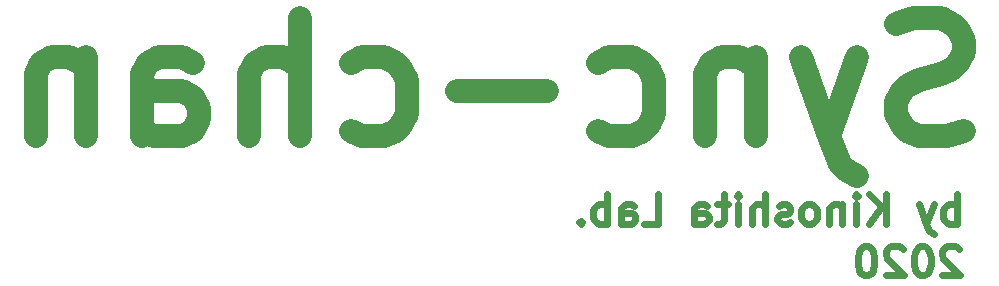
<source format=gbo>
G04 #@! TF.GenerationSoftware,KiCad,Pcbnew,5.1.5*
G04 #@! TF.CreationDate,2019-12-29T16:55:21+09:00*
G04 #@! TF.ProjectId,Sync-chan,53796e63-2d63-4686-916e-2e6b69636164,rev?*
G04 #@! TF.SameCoordinates,Original*
G04 #@! TF.FileFunction,Legend,Bot*
G04 #@! TF.FilePolarity,Positive*
%FSLAX46Y46*%
G04 Gerber Fmt 4.6, Leading zero omitted, Abs format (unit mm)*
G04 Created by KiCad (PCBNEW 5.1.5) date 2019-12-29 16:55:21*
%MOMM*%
%LPD*%
G04 APERTURE LIST*
%ADD10C,0.625000*%
%ADD11C,2.000000*%
G04 APERTURE END LIST*
D10*
X195698511Y-79543452D02*
X195698511Y-77043452D01*
X195698511Y-77995833D02*
X195460416Y-77876785D01*
X194984226Y-77876785D01*
X194746130Y-77995833D01*
X194627083Y-78114880D01*
X194508035Y-78352976D01*
X194508035Y-79067261D01*
X194627083Y-79305357D01*
X194746130Y-79424404D01*
X194984226Y-79543452D01*
X195460416Y-79543452D01*
X195698511Y-79424404D01*
X193674702Y-77876785D02*
X193079464Y-79543452D01*
X192484226Y-77876785D02*
X193079464Y-79543452D01*
X193317559Y-80138690D01*
X193436607Y-80257738D01*
X193674702Y-80376785D01*
X189627083Y-79543452D02*
X189627083Y-77043452D01*
X188198511Y-79543452D02*
X189269940Y-78114880D01*
X188198511Y-77043452D02*
X189627083Y-78472023D01*
X187127083Y-79543452D02*
X187127083Y-77876785D01*
X187127083Y-77043452D02*
X187246130Y-77162500D01*
X187127083Y-77281547D01*
X187008035Y-77162500D01*
X187127083Y-77043452D01*
X187127083Y-77281547D01*
X185936607Y-77876785D02*
X185936607Y-79543452D01*
X185936607Y-78114880D02*
X185817559Y-77995833D01*
X185579464Y-77876785D01*
X185222321Y-77876785D01*
X184984226Y-77995833D01*
X184865178Y-78233928D01*
X184865178Y-79543452D01*
X183317559Y-79543452D02*
X183555654Y-79424404D01*
X183674702Y-79305357D01*
X183793750Y-79067261D01*
X183793750Y-78352976D01*
X183674702Y-78114880D01*
X183555654Y-77995833D01*
X183317559Y-77876785D01*
X182960416Y-77876785D01*
X182722321Y-77995833D01*
X182603273Y-78114880D01*
X182484226Y-78352976D01*
X182484226Y-79067261D01*
X182603273Y-79305357D01*
X182722321Y-79424404D01*
X182960416Y-79543452D01*
X183317559Y-79543452D01*
X181531845Y-79424404D02*
X181293750Y-79543452D01*
X180817559Y-79543452D01*
X180579464Y-79424404D01*
X180460416Y-79186309D01*
X180460416Y-79067261D01*
X180579464Y-78829166D01*
X180817559Y-78710119D01*
X181174702Y-78710119D01*
X181412797Y-78591071D01*
X181531845Y-78352976D01*
X181531845Y-78233928D01*
X181412797Y-77995833D01*
X181174702Y-77876785D01*
X180817559Y-77876785D01*
X180579464Y-77995833D01*
X179388988Y-79543452D02*
X179388988Y-77043452D01*
X178317559Y-79543452D02*
X178317559Y-78233928D01*
X178436607Y-77995833D01*
X178674702Y-77876785D01*
X179031845Y-77876785D01*
X179269940Y-77995833D01*
X179388988Y-78114880D01*
X177127083Y-79543452D02*
X177127083Y-77876785D01*
X177127083Y-77043452D02*
X177246130Y-77162500D01*
X177127083Y-77281547D01*
X177008035Y-77162500D01*
X177127083Y-77043452D01*
X177127083Y-77281547D01*
X176293750Y-77876785D02*
X175341369Y-77876785D01*
X175936607Y-77043452D02*
X175936607Y-79186309D01*
X175817559Y-79424404D01*
X175579464Y-79543452D01*
X175341369Y-79543452D01*
X173436607Y-79543452D02*
X173436607Y-78233928D01*
X173555654Y-77995833D01*
X173793750Y-77876785D01*
X174269940Y-77876785D01*
X174508035Y-77995833D01*
X173436607Y-79424404D02*
X173674702Y-79543452D01*
X174269940Y-79543452D01*
X174508035Y-79424404D01*
X174627083Y-79186309D01*
X174627083Y-78948214D01*
X174508035Y-78710119D01*
X174269940Y-78591071D01*
X173674702Y-78591071D01*
X173436607Y-78472023D01*
X169150892Y-79543452D02*
X170341369Y-79543452D01*
X170341369Y-77043452D01*
X167246130Y-79543452D02*
X167246130Y-78233928D01*
X167365178Y-77995833D01*
X167603273Y-77876785D01*
X168079464Y-77876785D01*
X168317559Y-77995833D01*
X167246130Y-79424404D02*
X167484226Y-79543452D01*
X168079464Y-79543452D01*
X168317559Y-79424404D01*
X168436607Y-79186309D01*
X168436607Y-78948214D01*
X168317559Y-78710119D01*
X168079464Y-78591071D01*
X167484226Y-78591071D01*
X167246130Y-78472023D01*
X166055654Y-79543452D02*
X166055654Y-77043452D01*
X166055654Y-77995833D02*
X165817559Y-77876785D01*
X165341369Y-77876785D01*
X165103273Y-77995833D01*
X164984226Y-78114880D01*
X164865178Y-78352976D01*
X164865178Y-79067261D01*
X164984226Y-79305357D01*
X165103273Y-79424404D01*
X165341369Y-79543452D01*
X165817559Y-79543452D01*
X166055654Y-79424404D01*
X163793750Y-79305357D02*
X163674702Y-79424404D01*
X163793750Y-79543452D01*
X163912797Y-79424404D01*
X163793750Y-79305357D01*
X163793750Y-79543452D01*
X195817559Y-81656547D02*
X195698511Y-81537500D01*
X195460416Y-81418452D01*
X194865178Y-81418452D01*
X194627083Y-81537500D01*
X194508035Y-81656547D01*
X194388988Y-81894642D01*
X194388988Y-82132738D01*
X194508035Y-82489880D01*
X195936607Y-83918452D01*
X194388988Y-83918452D01*
X192841369Y-81418452D02*
X192603273Y-81418452D01*
X192365178Y-81537500D01*
X192246130Y-81656547D01*
X192127083Y-81894642D01*
X192008035Y-82370833D01*
X192008035Y-82966071D01*
X192127083Y-83442261D01*
X192246130Y-83680357D01*
X192365178Y-83799404D01*
X192603273Y-83918452D01*
X192841369Y-83918452D01*
X193079464Y-83799404D01*
X193198511Y-83680357D01*
X193317559Y-83442261D01*
X193436607Y-82966071D01*
X193436607Y-82370833D01*
X193317559Y-81894642D01*
X193198511Y-81656547D01*
X193079464Y-81537500D01*
X192841369Y-81418452D01*
X191055654Y-81656547D02*
X190936607Y-81537500D01*
X190698511Y-81418452D01*
X190103273Y-81418452D01*
X189865178Y-81537500D01*
X189746130Y-81656547D01*
X189627083Y-81894642D01*
X189627083Y-82132738D01*
X189746130Y-82489880D01*
X191174702Y-83918452D01*
X189627083Y-83918452D01*
X188079464Y-81418452D02*
X187841369Y-81418452D01*
X187603273Y-81537500D01*
X187484226Y-81656547D01*
X187365178Y-81894642D01*
X187246130Y-82370833D01*
X187246130Y-82966071D01*
X187365178Y-83442261D01*
X187484226Y-83680357D01*
X187603273Y-83799404D01*
X187841369Y-83918452D01*
X188079464Y-83918452D01*
X188317559Y-83799404D01*
X188436607Y-83680357D01*
X188555654Y-83442261D01*
X188674702Y-82966071D01*
X188674702Y-82370833D01*
X188555654Y-81894642D01*
X188436607Y-81656547D01*
X188317559Y-81537500D01*
X188079464Y-81418452D01*
D11*
X196223809Y-71647619D02*
X194795238Y-72123809D01*
X192414285Y-72123809D01*
X191461904Y-71647619D01*
X190985714Y-71171428D01*
X190509523Y-70219047D01*
X190509523Y-69266666D01*
X190985714Y-68314285D01*
X191461904Y-67838095D01*
X192414285Y-67361904D01*
X194319047Y-66885714D01*
X195271428Y-66409523D01*
X195747619Y-65933333D01*
X196223809Y-64980952D01*
X196223809Y-64028571D01*
X195747619Y-63076190D01*
X195271428Y-62600000D01*
X194319047Y-62123809D01*
X191938095Y-62123809D01*
X190509523Y-62600000D01*
X187176190Y-65457142D02*
X184795238Y-72123809D01*
X182414285Y-65457142D02*
X184795238Y-72123809D01*
X185747619Y-74504761D01*
X186223809Y-74980952D01*
X187176190Y-75457142D01*
X178604761Y-65457142D02*
X178604761Y-72123809D01*
X178604761Y-66409523D02*
X178128571Y-65933333D01*
X177176190Y-65457142D01*
X175747619Y-65457142D01*
X174795238Y-65933333D01*
X174319047Y-66885714D01*
X174319047Y-72123809D01*
X165271428Y-71647619D02*
X166223809Y-72123809D01*
X168128571Y-72123809D01*
X169080952Y-71647619D01*
X169557142Y-71171428D01*
X170033333Y-70219047D01*
X170033333Y-67361904D01*
X169557142Y-66409523D01*
X169080952Y-65933333D01*
X168128571Y-65457142D01*
X166223809Y-65457142D01*
X165271428Y-65933333D01*
X160985714Y-68314285D02*
X153366666Y-68314285D01*
X144319047Y-71647619D02*
X145271428Y-72123809D01*
X147176190Y-72123809D01*
X148128571Y-71647619D01*
X148604761Y-71171428D01*
X149080952Y-70219047D01*
X149080952Y-67361904D01*
X148604761Y-66409523D01*
X148128571Y-65933333D01*
X147176190Y-65457142D01*
X145271428Y-65457142D01*
X144319047Y-65933333D01*
X140033333Y-72123809D02*
X140033333Y-62123809D01*
X135747619Y-72123809D02*
X135747619Y-66885714D01*
X136223809Y-65933333D01*
X137176190Y-65457142D01*
X138604761Y-65457142D01*
X139557142Y-65933333D01*
X140033333Y-66409523D01*
X126699999Y-72123809D02*
X126699999Y-66885714D01*
X127176190Y-65933333D01*
X128128571Y-65457142D01*
X130033333Y-65457142D01*
X130985714Y-65933333D01*
X126699999Y-71647619D02*
X127652380Y-72123809D01*
X130033333Y-72123809D01*
X130985714Y-71647619D01*
X131461904Y-70695238D01*
X131461904Y-69742857D01*
X130985714Y-68790476D01*
X130033333Y-68314285D01*
X127652380Y-68314285D01*
X126699999Y-67838095D01*
X121938095Y-65457142D02*
X121938095Y-72123809D01*
X121938095Y-66409523D02*
X121461904Y-65933333D01*
X120509523Y-65457142D01*
X119080952Y-65457142D01*
X118128571Y-65933333D01*
X117652380Y-66885714D01*
X117652380Y-72123809D01*
M02*

</source>
